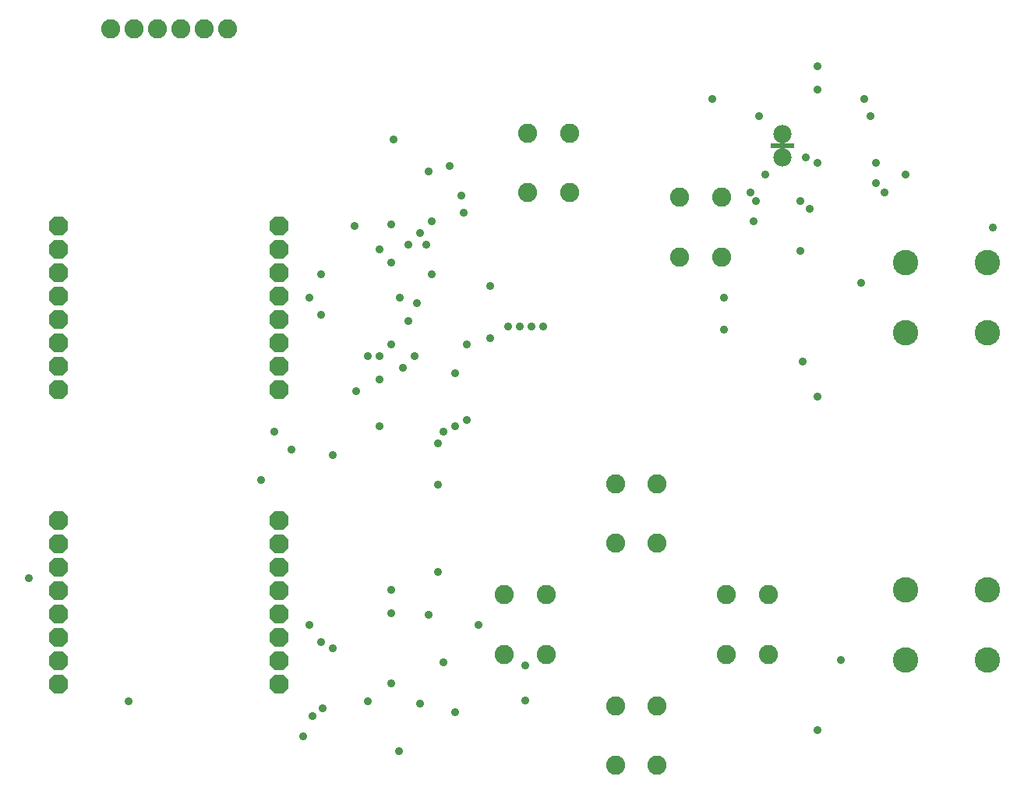
<source format=gbs>
G75*
%MOIN*%
%OFA0B0*%
%FSLAX25Y25*%
%IPPOS*%
%LPD*%
%AMOC8*
5,1,8,0,0,1.08239X$1,22.5*
%
%ADD10OC8,0.08300*%
%ADD11C,0.08200*%
%ADD12C,0.07800*%
%ADD13R,0.10000X0.02400*%
%ADD14R,0.02300X0.05800*%
%ADD15C,0.10850*%
%ADD16C,0.03600*%
D10*
X0065356Y0087108D03*
X0065356Y0097108D03*
X0065356Y0107108D03*
X0065356Y0117108D03*
X0065356Y0127108D03*
X0065356Y0137108D03*
X0065356Y0147108D03*
X0065356Y0157108D03*
X0065356Y0213092D03*
X0065356Y0223092D03*
X0065356Y0233092D03*
X0065356Y0243092D03*
X0065356Y0253092D03*
X0065356Y0263092D03*
X0065356Y0273092D03*
X0065356Y0283092D03*
X0159844Y0283092D03*
X0159844Y0273092D03*
X0159844Y0263092D03*
X0159844Y0253092D03*
X0159844Y0243092D03*
X0159844Y0233092D03*
X0159844Y0223092D03*
X0159844Y0213092D03*
X0159844Y0157108D03*
X0159844Y0147108D03*
X0159844Y0137108D03*
X0159844Y0127108D03*
X0159844Y0117108D03*
X0159844Y0107108D03*
X0159844Y0097108D03*
X0159844Y0087108D03*
D11*
X0256200Y0099800D03*
X0274000Y0099800D03*
X0303700Y0077900D03*
X0321500Y0077900D03*
X0351200Y0099800D03*
X0369000Y0099800D03*
X0369000Y0125400D03*
X0351200Y0125400D03*
X0321500Y0147300D03*
X0303700Y0147300D03*
X0274000Y0125400D03*
X0256200Y0125400D03*
X0303700Y0172900D03*
X0321500Y0172900D03*
X0331200Y0269800D03*
X0349000Y0269800D03*
X0349000Y0295400D03*
X0331200Y0295400D03*
X0284000Y0297300D03*
X0266200Y0297300D03*
X0266200Y0322900D03*
X0284000Y0322900D03*
X0137600Y0367600D03*
X0127600Y0367600D03*
X0117600Y0367600D03*
X0107600Y0367600D03*
X0097600Y0367600D03*
X0087600Y0367600D03*
X0303700Y0052300D03*
X0321500Y0052300D03*
D12*
X0375100Y0312600D03*
X0375100Y0322600D03*
D13*
X0375100Y0317600D03*
D14*
X0375100Y0317600D03*
D15*
X0427600Y0267600D03*
X0462600Y0267600D03*
X0462600Y0237600D03*
X0427600Y0237600D03*
X0427600Y0127600D03*
X0462600Y0127600D03*
X0462600Y0097600D03*
X0427600Y0097600D03*
D16*
X0095376Y0079824D03*
X0052600Y0132600D03*
X0152108Y0174608D03*
X0165100Y0187600D03*
X0157600Y0195100D03*
X0182600Y0185100D03*
X0202600Y0197600D03*
X0192600Y0212600D03*
X0202600Y0217600D03*
X0212600Y0222600D03*
X0217600Y0227600D03*
X0207600Y0232600D03*
X0202600Y0227600D03*
X0197600Y0227600D03*
X0215100Y0242600D03*
X0218850Y0250100D03*
X0211350Y0252600D03*
X0225100Y0262600D03*
X0222600Y0275100D03*
X0220100Y0280100D03*
X0215100Y0275100D03*
X0207600Y0267600D03*
X0202600Y0273092D03*
X0207600Y0283850D03*
X0192108Y0283092D03*
X0177600Y0262600D03*
X0172600Y0252600D03*
X0177600Y0245100D03*
X0225100Y0285100D03*
X0238850Y0288850D03*
X0237600Y0295946D03*
X0223801Y0306301D03*
X0232600Y0308850D03*
X0208550Y0320100D03*
X0250100Y0257600D03*
X0257600Y0240100D03*
X0262600Y0240100D03*
X0267600Y0240100D03*
X0272600Y0240100D03*
X0250100Y0235100D03*
X0240100Y0232600D03*
X0235100Y0220100D03*
X0240100Y0200100D03*
X0235100Y0197600D03*
X0230100Y0195100D03*
X0227600Y0190100D03*
X0227600Y0172600D03*
X0227600Y0135100D03*
X0207600Y0127600D03*
X0207600Y0117600D03*
X0223801Y0116801D03*
X0245100Y0112600D03*
X0230100Y0096350D03*
X0220100Y0078801D03*
X0207600Y0087600D03*
X0197600Y0079824D03*
X0178525Y0076675D03*
X0174175Y0073525D03*
X0170100Y0064824D03*
X0210946Y0058446D03*
X0235100Y0075100D03*
X0265100Y0080100D03*
X0265100Y0095100D03*
X0182600Y0102600D03*
X0177600Y0105100D03*
X0172600Y0112600D03*
X0350100Y0238850D03*
X0350100Y0252600D03*
X0382600Y0272600D03*
X0362600Y0285100D03*
X0363850Y0293850D03*
X0361350Y0297600D03*
X0367600Y0305100D03*
X0382600Y0293850D03*
X0386822Y0290572D03*
X0390100Y0310100D03*
X0385100Y0312600D03*
X0365100Y0330100D03*
X0345100Y0337600D03*
X0390100Y0341350D03*
X0390100Y0351350D03*
X0410100Y0337600D03*
X0412600Y0330100D03*
X0415100Y0310100D03*
X0415100Y0301350D03*
X0418850Y0297600D03*
X0427600Y0305100D03*
X0465100Y0282600D03*
X0408850Y0258850D03*
X0383850Y0225100D03*
X0390100Y0210100D03*
X0400100Y0097600D03*
X0390100Y0067600D03*
M02*

</source>
